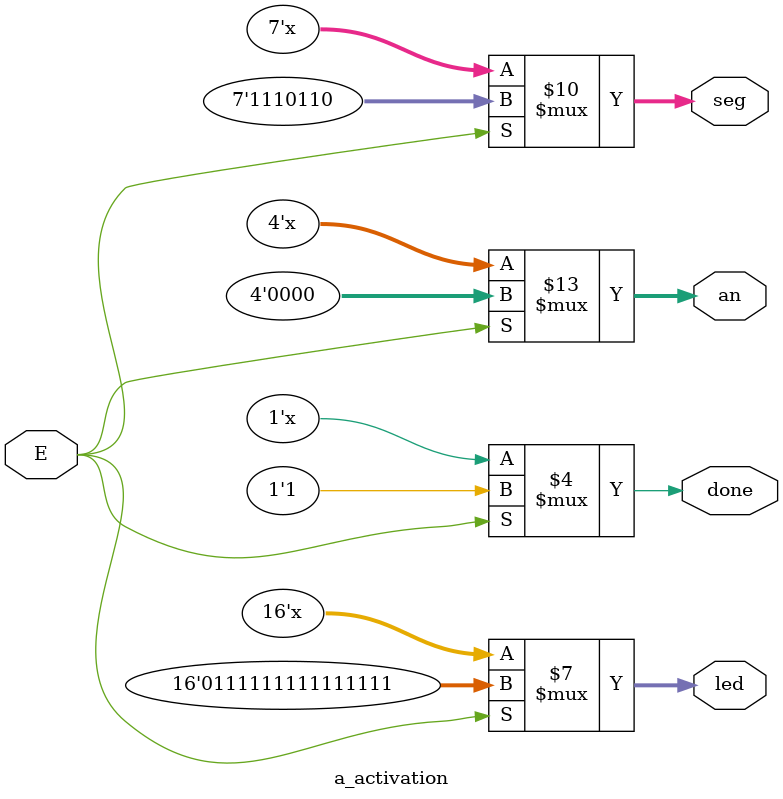
<source format=v>
`timescale 1ns / 1ps

// Rightmost number = 6 -> lines at top and bottom
// Turn on activation
module a_activation(
    input E,
    output reg [3:0] an,
    output reg [6:0] seg,
    output reg [15:0] led,
    output reg done
    );
    initial begin
        done = 0;
        an = ~4'b0;
        seg = ~7'b0;
        led = 0;
    end
    always @ (*) begin
        if (E) begin
            an = 4'b0;
            seg = 7'b1110110;
            led = 16'h7fff;
            done = 1;
        end
    end
endmodule

</source>
